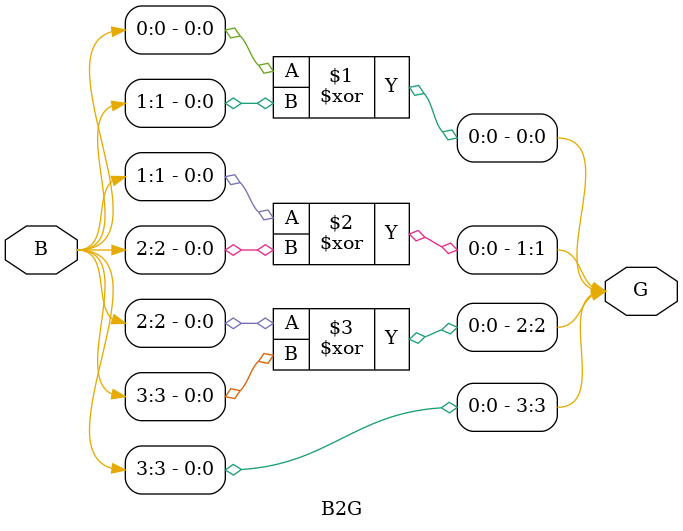
<source format=v>
`timescale 1ns / 1ps

module B2G(
    input [3:0] B,
    output [3:0] G
    );
    assign G[0]=B[0] ^ B[1] ;
    assign G[1]=B[1] ^ B[2] ;
    assign G[2]=B[2] ^ B[3] ;
    assign G[3]=B[3];
endmodule

</source>
